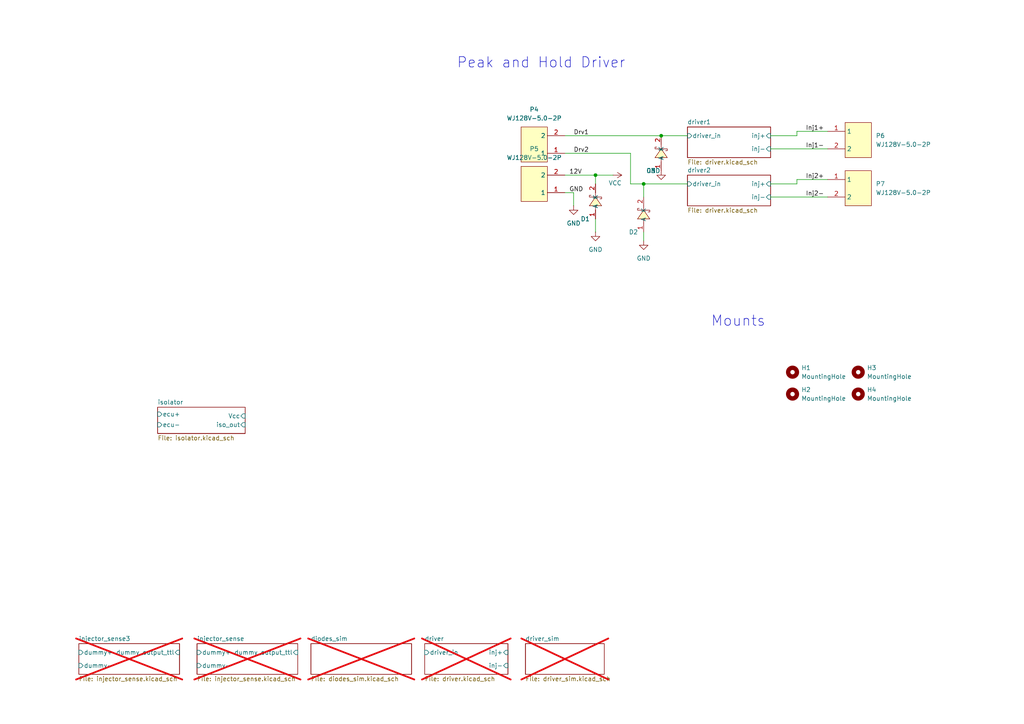
<source format=kicad_sch>
(kicad_sch (version 20250114) (generator "eeschema") (generator_version "9.0")
  (paper "A4")
  (lib_symbols
    (symbol "EasyEDA:DF2S6P2FU,H3F"
      (property "Reference" "D" (at 0 5.08 0))
      (property "Value" "DF2S6P2FU,H3F" (at 0 -5.08 0))
      (symbol "DF2S6P2FU,H3F_0_1"
        (polyline (pts (xy -1.78 1.27) (xy -1.78 1.78) (xy -1.27 1.78) (xy -1.27 -1.78) (xy -0.76 -1.78) (xy -0.76 -1.27)))
        (polyline (pts (xy -1.27 0) (xy -2.54 0)))
        (polyline (pts (xy 1.27 1.78) (xy -1.27 0) (xy 1.27 -1.78) (xy 1.27 1.78)) (fill (type background)))
        (polyline (pts (xy 2.54 0) (xy 1.27 0)))
        (pin unspecified line (at -5.08 0 0) (length 2.54) (name "K") (number "2"))
        (pin unspecified line (at 5.08 0 180) (length 2.54) (name "A") (number "1"))
      )
    )
    (symbol "EasyEDA:WJ128V-5.0-2P"
      (property "Reference" "P" (at 0 -1.27 0))
      (property "Value" "WJ128V-5.0-2P" (at 0 -11.43 0))
      (symbol "WJ128V-5.0-2P_0_1"
        (rectangle (start -5.08 6.35) (end 5.08 -1.27) (fill (type background)))
        (pin unspecified line (at -2.54 -6.35 90) (length 5.08) (name "1") (number "1"))
        (pin unspecified line (at 2.54 -6.35 90) (length 5.08) (name "2") (number "2"))
      )
    )
    (symbol "Mechanical:MountingHole" (pin_names (offset 1.016)) (exclude_from_sim yes) (in_bom no)
      (property "Reference" "H" (at 0 5.08 0))
      (property "Value" "MountingHole" (at 0 3.175 0))
      (symbol "MountingHole_0_1"
        (circle (center 0 0) (radius 1.27) (stroke (width 1.27)))
      )
    )
    (symbol "power:GND" (power) (pin_numbers (hide yes)) (pin_names (offset 0) (hide yes))
      (property "Value" "GND" (at 0 -3.81 0))
      (symbol "GND_0_1"
        (polyline (pts (xy 0 0) (xy 0 -1.27) (xy 1.27 -1.27) (xy 0 -2.54) (xy -1.27 -1.27) (xy 0 -1.27)))
      )
      (symbol "GND_1_1"
        (pin power_in line (at 0 0 270) (length 0) (name "~") (number "1"))
      )
    )
    (symbol "power:VCC" (power) (pin_numbers (hide yes)) (pin_names (offset 0) (hide yes))
      (property "Value" "VCC" (at 0 3.556 0))
      (symbol "VCC_0_1"
        (polyline (pts (xy -0.762 1.27) (xy 0 2.54)))
        (polyline (pts (xy 0 2.54) (xy 0.762 1.27)))
        (polyline (pts (xy 0 0) (xy 0 2.54)))
      )
      (symbol "VCC_1_1"
        (pin power_in line (at 0 0 90) (length 0) (name "~") (number "1"))
      )
    )
  )
  (text "Mounts\n" (at 214.122 93.218 0) (effects (font (size 3 3))))
  (text "Peak and Hold Driver" (at 156.972 18.288 0) (effects (font (size 3 3))))
  (junction (at 186.69 53.34))
  (junction (at 172.72 50.8))
  (junction (at 191.77 39.37))
  (wire (pts (xy 186.69 53.34) (xy 199.39 53.34)))
  (wire (pts (xy 172.72 63.5) (xy 172.72 67.31)))
  (wire (pts (xy 191.77 39.37) (xy 199.39 39.37)))
  (wire (pts (xy 163.83 55.88) (xy 166.37 55.88)))
  (polyline (pts (xy 203.2 139.7) (xy 284.48 139.7)) (stroke (width 0.5) (type dash) (color 255 255 255 1)))
  (polyline (pts (xy 128.27 12.7) (xy 128.27 87.63)) (stroke (width 0.5) (type dash) (color 255 255 255 1)))
  (wire (pts (xy 172.72 50.8) (xy 172.72 53.34)))
  (polyline (pts (xy 12.7 87.63) (xy 127 87.63)) (stroke (width 0.5) (type dash) (color 255 255 255 1)))
  (wire (pts (xy 172.72 50.8) (xy 177.8 50.8)))
  (wire (pts (xy 231.14 38.1) (xy 240.03 38.1)))
  (polyline (pts (xy 128.27 87.63) (xy 284.48 87.63)) (stroke (width 0.5) (type dash) (color 255 255 255 1)))
  (wire (pts (xy 223.52 43.18) (xy 240.03 43.18)))
  (wire (pts (xy 163.83 44.45) (xy 182.88 44.45)))
  (polyline (pts (xy 203.2 87.63) (xy 203.2 139.7)) (stroke (width 0.5) (type dash) (color 255 255 255 1)))
  (wire (pts (xy 223.52 53.34) (xy 231.14 53.34)))
  (wire (pts (xy 166.37 55.88) (xy 166.37 59.69)))
  (wire (pts (xy 186.69 53.34) (xy 182.88 53.34)))
  (wire (pts (xy 223.52 39.37) (xy 231.14 39.37)))
  (wire (pts (xy 163.83 39.37) (xy 191.77 39.37)))
  (wire (pts (xy 163.83 50.8) (xy 172.72 50.8)))
  (wire (pts (xy 186.69 57.15) (xy 186.69 53.34)))
  (wire (pts (xy 223.52 57.15) (xy 240.03 57.15)))
  (wire (pts (xy 231.14 52.07) (xy 240.03 52.07)))
  (wire (pts (xy 231.14 53.34) (xy 231.14 52.07)))
  (wire (pts (xy 186.69 67.31) (xy 186.69 69.85)))
  (wire (pts (xy 231.14 39.37) (xy 231.14 38.1)))
  (wire (pts (xy 182.88 53.34) (xy 182.88 44.45)))
  (label "Drv1" (at 166.37 39.37 0))
  (label "Inj2-" (at 233.68 57.15 0))
  (label "Inj1-" (at 233.68 43.18 0))
  (label "GND" (at 165.1 55.88 0))
  (label "Inj2+" (at 233.68 52.07 0))
  (label "Inj1+" (at 233.68 38.1 0))
  (label "Drv2" (at 166.37 44.45 0))
  (label "12V" (at 165.1 50.8 0))
  (symbol (lib_id "EasyEDA:DF2S6P2FU,H3F") (at 172.72 58.42 90) (mirror x) (unit 1)
    (property "Reference" "D1" (at 168.402 63.5 90) (effects (justify right)))
    (property "Value" "DF2S6P2FU,H3F" (effects (hide yes)))
    (property "Footprint" "EasyEDA:USC_L1.7-W1.3-LS2.5-R-RD" (effects (hide yes)))
    (property "Datasheet" "https://lcsc.com/product-detail/TVS_STMicroelectronics_1-5KE18A_1-5KE18A_C132974.html" (effects (hide yes)))
    (property "LCSC Part" "C1974448" (effects (hide yes)))
    (property "Sim.Library" "sim_lib\\15ke18a.lib" (effects (hide yes)))
    (property "Sim.Name" "t15ke18" (effects (hide yes)))
    (property "Sim.Device" "SUBCKT" (effects (hide yes)))
    (property "Sim.Pins" "1=9 2=2" (effects (hide yes)))
  )
  (symbol (lib_id "EasyEDA:WJ128V-5.0-2P") (at 157.48 41.91 90) (unit 1)
    (property "Reference" "P4" (at 154.94 31.75 90))
    (property "Value" "WJ128V-5.0-2P" (at 154.94 34.29 90))
    (property "Footprint" "EasyEDA:CONN-TH_2P-P5.00_WJ128V-5.0-2P" (effects (hide yes)))
    (property "Datasheet" "https://lcsc.com/product-detail/Terminal-Blocks_WJ128V-5-0-2P_C8269.html" (effects (hide yes)))
    (property "LCSC Part" "C8269" (effects (hide yes)))
  )
  (symbol (lib_id "power:GND") (at 172.72 67.31 0) (unit 1)
    (property "Reference" "#PWR02" (effects (hide yes)))
    (property "Value" "GND" (at 172.72 72.39 0))
    (property "Description" "Power symbol creates a global label with name \"GND\" , ground" (effects (hide yes)))
  )
  (symbol (lib_id "power:GND") (at 166.37 59.69 0) (unit 1)
    (property "Reference" "#PWR01" (effects (hide yes)))
    (property "Value" "GND" (at 166.37 64.77 0))
    (property "Description" "Power symbol creates a global label with name \"GND\" , ground" (effects (hide yes)))
  )
  (symbol (lib_id "Mechanical:MountingHole") (at 229.87 114.3 0) (unit 1) (exclude_from_sim yes) (in_bom no)
    (property "Reference" "H2" (at 232.41 113.0299 0) (effects (justify left)))
    (property "Value" "MountingHole" (at 232.41 115.5699 0) (effects (justify left)))
    (property "Footprint" "MountingHole:MountingHole_3.5mm_Pad" (effects (hide yes)))
    (property "Description" "Mounting Hole without connection" (effects (hide yes)))
  )
  (symbol (lib_id "EasyEDA:DF2S6P2FU,H3F") (at 191.77 44.45 90) (mirror x) (unit 1)
    (property "Reference" "D3" (at 187.452 49.53 90) (effects (justify right)))
    (property "Value" "DF2S6P2FU,H3F" (effects (hide yes)))
    (property "Footprint" "EasyEDA:USC_L1.7-W1.3-LS2.5-R-RD" (effects (hide yes)))
    (property "Datasheet" "https://lcsc.com/product-detail/TVS_STMicroelectronics_1-5KE18A_1-5KE18A_C132974.html" (effects (hide yes)))
    (property "LCSC Part" "C1974448" (effects (hide yes)))
    (property "Sim.Library" "sim_lib\\15ke18a.lib" (effects (hide yes)))
    (property "Sim.Name" "t15ke18" (effects (hide yes)))
    (property "Sim.Device" "SUBCKT" (effects (hide yes)))
    (property "Sim.Pins" "1=9 2=2" (effects (hide yes)))
  )
  (symbol (lib_id "Mechanical:MountingHole") (at 248.92 107.95 0) (unit 1) (exclude_from_sim yes) (in_bom no)
    (property "Reference" "H3" (at 251.46 106.6799 0) (effects (justify left)))
    (property "Value" "MountingHole" (at 251.46 109.2199 0) (effects (justify left)))
    (property "Footprint" "MountingHole:MountingHole_3.5mm_Pad" (effects (hide yes)))
    (property "Description" "Mounting Hole without connection" (effects (hide yes)))
  )
  (symbol (lib_id "Mechanical:MountingHole") (at 229.87 107.95 0) (unit 1) (exclude_from_sim yes) (in_bom no)
    (property "Reference" "H1" (at 232.41 106.6799 0) (effects (justify left)))
    (property "Value" "MountingHole" (at 232.41 109.2199 0) (effects (justify left)))
    (property "Footprint" "MountingHole:MountingHole_3.5mm_Pad" (effects (hide yes)))
    (property "Description" "Mounting Hole without connection" (effects (hide yes)))
  )
  (symbol (lib_id "power:VCC") (at 177.8 50.8 270) (unit 1)
    (property "Reference" "#PWR03" (effects (hide yes)))
    (property "Value" "VCC" (at 180.34 53.086 90) (effects (justify right)))
    (property "Description" "Power symbol creates a global label with name \"VCC\"" (effects (hide yes)))
  )
  (symbol (lib_id "Mechanical:MountingHole") (at 248.92 114.3 0) (unit 1) (exclude_from_sim yes) (in_bom no)
    (property "Reference" "H4" (at 251.46 113.0299 0) (effects (justify left)))
    (property "Value" "MountingHole" (at 251.46 115.5699 0) (effects (justify left)))
    (property "Footprint" "MountingHole:MountingHole_3.5mm_Pad" (effects (hide yes)))
    (property "Description" "Mounting Hole without connection" (effects (hide yes)))
  )
  (symbol (lib_id "EasyEDA:WJ128V-5.0-2P") (at 246.38 40.64 270) (unit 1)
    (property "Reference" "P6" (at 254 39.3699 90) (effects (justify left)))
    (property "Value" "WJ128V-5.0-2P" (at 254 41.9099 90) (effects (justify left)))
    (property "Footprint" "EasyEDA:CONN-TH_2P-P5.00_WJ128V-5.0-2P" (effects (hide yes)))
    (property "Datasheet" "https://lcsc.com/product-detail/Terminal-Blocks_WJ128V-5-0-2P_C8269.html" (effects (hide yes)))
    (property "LCSC Part" "C8269" (effects (hide yes)))
  )
  (symbol (lib_id "EasyEDA:DF2S6P2FU,H3F") (at 186.69 62.23 90) (mirror x) (unit 1)
    (property "Reference" "D2" (at 182.372 67.31 90) (effects (justify right)))
    (property "Value" "DF2S6P2FU,H3F" (effects (hide yes)))
    (property "Footprint" "EasyEDA:USC_L1.7-W1.3-LS2.5-R-RD" (effects (hide yes)))
    (property "Datasheet" "https://lcsc.com/product-detail/TVS_STMicroelectronics_1-5KE18A_1-5KE18A_C132974.html" (effects (hide yes)))
    (property "LCSC Part" "C1974448" (effects (hide yes)))
    (property "Sim.Library" "sim_lib\\15ke18a.lib" (effects (hide yes)))
    (property "Sim.Name" "t15ke18" (effects (hide yes)))
    (property "Sim.Device" "SUBCKT" (effects (hide yes)))
    (property "Sim.Pins" "1=9 2=2" (effects (hide yes)))
  )
  (symbol (lib_id "EasyEDA:WJ128V-5.0-2P") (at 246.38 54.61 270) (unit 1)
    (property "Reference" "P7" (at 254 53.3399 90) (effects (justify left)))
    (property "Value" "WJ128V-5.0-2P" (at 254 55.8799 90) (effects (justify left)))
    (property "Footprint" "EasyEDA:CONN-TH_2P-P5.00_WJ128V-5.0-2P" (effects (hide yes)))
    (property "Datasheet" "https://lcsc.com/product-detail/Terminal-Blocks_WJ128V-5-0-2P_C8269.html" (effects (hide yes)))
    (property "LCSC Part" "C8269" (effects (hide yes)))
  )
  (symbol (lib_id "power:GND") (at 191.77 49.53 0) (unit 1)
    (property "Reference" "#PWR05" (effects (hide yes)))
    (property "Value" "GND" (at 189.484 49.53 0))
    (property "Description" "Power symbol creates a global label with name \"GND\" , ground" (effects (hide yes)))
  )
  (symbol (lib_id "power:GND") (at 186.69 69.85 0) (unit 1)
    (property "Reference" "#PWR04" (effects (hide yes)))
    (property "Value" "GND" (at 186.69 74.93 0))
    (property "Description" "Power symbol creates a global label with name \"GND\" , ground" (effects (hide yes)))
  )
  (symbol (lib_id "EasyEDA:WJ128V-5.0-2P") (at 157.48 53.34 90) (unit 1)
    (property "Reference" "P5" (at 154.94 43.18 90))
    (property "Value" "WJ128V-5.0-2P" (at 154.94 45.72 90))
    (property "Footprint" "EasyEDA:CONN-TH_2P-P5.00_WJ128V-5.0-2P" (effects (hide yes)))
    (property "Datasheet" "https://lcsc.com/product-detail/Terminal-Blocks_WJ128V-5-0-2P_C8269.html" (effects (hide yes)))
    (property "LCSC Part" "C8269" (effects (hide yes)))
  )
  (sheet (at 199.39 50.8) (size 24.13 8.89) (stroke (width 0.1524))
    (property "Sheetname" "driver2" (at 199.39 50.0884 0) (effects (justify left bottom)))
    (property "Sheetfile" "driver.kicad_sch" (at 199.39 60.2746 0) (effects (justify left top)))
    (pin "driver_in" input (at 199.39 53.34 180))
    (pin "inj+" input (at 223.52 53.34 0))
    (pin "inj-" input (at 223.52 57.15 0))
  )
  (sheet (at 123.19 186.69) (size 24.13 8.89) (exclude_from_sim yes) (in_bom no) (on_board no) (dnp yes) (stroke (width 0.1524))
    (property "Sheetname" "driver" (at 123.19 185.9784 0) (effects (justify left bottom)))
    (property "Sheetfile" "driver.kicad_sch" (at 123.19 196.1646 0) (effects (justify left top)))
    (pin "driver_in" input (at 123.19 189.23 180))
    (pin "inj+" input (at 147.32 189.23 0))
    (pin "inj-" input (at 147.32 193.04 0))
  )
  (sheet (at 199.39 36.83) (size 24.13 8.89) (stroke (width 0.1524))
    (property "Sheetname" "driver1" (at 199.39 36.1184 0) (effects (justify left bottom)))
    (property "Sheetfile" "driver.kicad_sch" (at 199.39 46.3046 0) (effects (justify left top)))
    (pin "driver_in" input (at 199.39 39.37 180))
    (pin "inj+" input (at 223.52 39.37 0))
    (pin "inj-" input (at 223.52 43.18 0))
  )
  (sheet (at 90.17 186.69) (size 29.21 8.89) (exclude_from_sim yes) (in_bom no) (on_board no) (dnp yes) (stroke (width 0.1524))
    (property "Sheetname" "diodes_sim" (at 90.17 185.9784 0) (effects (justify left bottom)))
    (property "Sheetfile" "diodes_sim.kicad_sch" (at 90.17 196.1646 0) (effects (justify left top)))
  )
  (sheet (at 57.15 186.69) (size 29.21 8.89) (exclude_from_sim yes) (in_bom no) (on_board no) (dnp yes) (stroke (width 0.1524))
    (property "Sheetname" "injector_sense" (at 57.15 185.9784 0) (effects (justify left bottom)))
    (property "Sheetfile" "injector_sense.kicad_sch" (at 57.15 196.1646 0) (effects (justify left top)))
    (pin "dummy+" input (at 57.15 189.23 180))
    (pin "dummy-" input (at 57.15 193.04 180))
    (pin "dummy_output_ttl" input (at 86.36 189.23 0))
  )
  (sheet (at 22.86 186.69) (size 29.21 8.89) (exclude_from_sim yes) (in_bom no) (on_board no) (dnp yes) (stroke (width 0.1524))
    (property "Sheetname" "injector_sense3" (at 22.86 185.9784 0) (effects (justify left bottom)))
    (property "Sheetfile" "injector_sense.kicad_sch" (at 22.86 196.1646 0) (effects (justify left top)))
    (pin "dummy+" input (at 22.86 189.23 180))
    (pin "dummy-" input (at 22.86 193.04 180))
    (pin "dummy_output_ttl" input (at 52.07 189.23 0))
  )
  (sheet (at 45.72 118.11) (size 25.4 7.62) (stroke (width 0.1524))
    (property "Sheetname" "isolator" (at 45.72 117.3984 0) (effects (justify left bottom)))
    (property "Sheetfile" "isolator.kicad_sch" (at 45.72 126.3146 0) (effects (justify left top)))
    (pin "ecu+" input (at 45.72 120.1247 180))
    (pin "ecu-" input (at 45.72 123.19 180))
    (pin "iso_out" input (at 71.12 123.19 0))
    (pin "Vcc" input (at 71.12 120.65 0))
  )
  (sheet (at 152.4 186.69) (size 22.86 8.89) (in_bom no) (on_board no) (dnp yes) (stroke (width 0.1524))
    (property "Sheetname" "driver_sim" (at 152.4 185.9784 0) (effects (justify left bottom)))
    (property "Sheetfile" "driver_sim.kicad_sch" (at 152.4 196.1646 0) (effects (justify left top)))
  )
)
</source>
